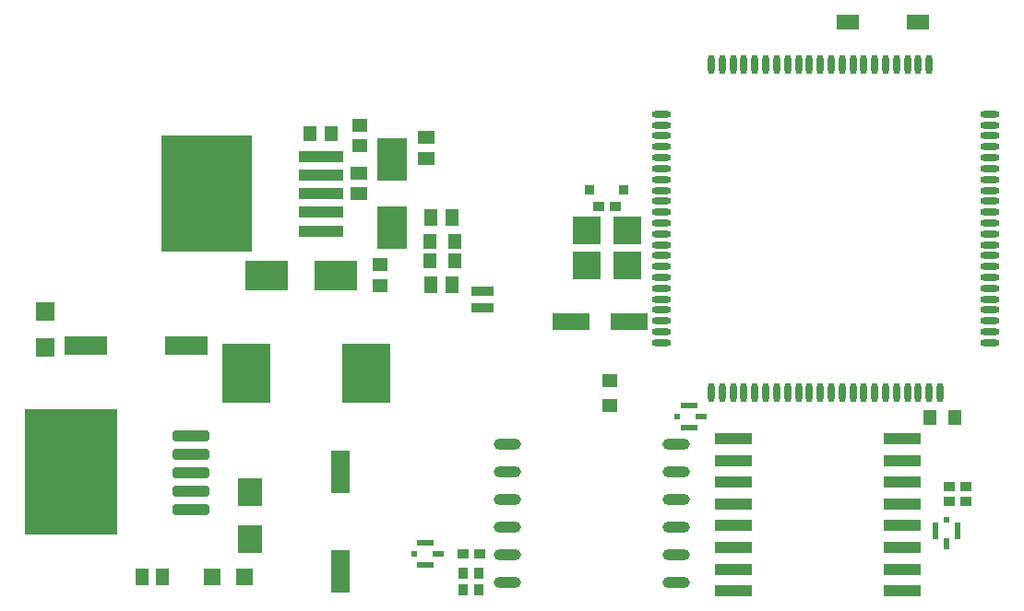
<source format=gtp>
G04*
G04 #@! TF.GenerationSoftware,Altium Limited,Altium Designer,20.2.6 (244)*
G04*
G04 Layer_Color=8421504*
%FSLAX24Y24*%
%MOIN*%
G70*
G04*
G04 #@! TF.SameCoordinates,01985295-A94F-4E40-9557-9D24556334AB*
G04*
G04*
G04 #@! TF.FilePolarity,Positive*
G04*
G01*
G75*
%ADD25R,0.0807X0.0354*%
%ADD26R,0.0512X0.0591*%
%ADD27R,0.0374X0.0394*%
%ADD28R,0.0394X0.0374*%
%ADD29R,0.0500X0.0550*%
%ADD30O,0.0236X0.0709*%
%ADD31O,0.0709X0.0236*%
G04:AMPARAMS|DCode=32|XSize=98.4mil|YSize=39.4mil|CornerRadius=19.7mil|HoleSize=0mil|Usage=FLASHONLY|Rotation=0.000|XOffset=0mil|YOffset=0mil|HoleType=Round|Shape=RoundedRectangle|*
%AMROUNDEDRECTD32*
21,1,0.0984,0.0000,0,0,0.0*
21,1,0.0591,0.0394,0,0,0.0*
1,1,0.0394,0.0295,0.0000*
1,1,0.0394,-0.0295,0.0000*
1,1,0.0394,-0.0295,0.0000*
1,1,0.0394,0.0295,0.0000*
%
%ADD32ROUNDEDRECTD32*%
%ADD33R,0.1575X0.1102*%
%ADD34R,0.1772X0.2165*%
%ADD35R,0.0550X0.0500*%
%ADD36R,0.0354X0.0374*%
%ADD37R,0.0984X0.0984*%
%ADD38R,0.1378X0.0630*%
%ADD39R,0.0551X0.0472*%
%ADD40R,0.0669X0.0669*%
%ADD41R,0.1378X0.0394*%
%ADD42R,0.0591X0.0512*%
%ADD43R,0.1102X0.1575*%
%ADD44R,0.0472X0.0551*%
%ADD45R,0.1590X0.0410*%
%ADD46R,0.3270X0.4230*%
%ADD47R,0.0709X0.1575*%
G04:AMPARAMS|DCode=48|XSize=39.4mil|YSize=133.9mil|CornerRadius=9.8mil|HoleSize=0mil|Usage=FLASHONLY|Rotation=90.000|XOffset=0mil|YOffset=0mil|HoleType=Round|Shape=RoundedRectangle|*
%AMROUNDEDRECTD48*
21,1,0.0394,0.1142,0,0,90.0*
21,1,0.0197,0.1339,0,0,90.0*
1,1,0.0197,0.0571,0.0098*
1,1,0.0197,0.0571,-0.0098*
1,1,0.0197,-0.0571,-0.0098*
1,1,0.0197,-0.0571,0.0098*
%
%ADD48ROUNDEDRECTD48*%
%ADD49R,0.3346X0.4528*%
%ADD50R,0.1575X0.0709*%
%ADD51R,0.0787X0.0551*%
%ADD52R,0.0906X0.0984*%
%ADD53R,0.0591X0.0630*%
%ADD54R,0.0394X0.0197*%
%ADD55R,0.0591X0.0236*%
%ADD56R,0.0217X0.0197*%
%ADD57R,0.0197X0.0394*%
%ADD58R,0.0236X0.0591*%
%ADD59R,0.0197X0.0217*%
D25*
X16890Y11481D02*
D03*
Y10890D02*
D03*
D26*
X15778Y11730D02*
D03*
X15030D02*
D03*
Y14140D02*
D03*
X15778D02*
D03*
X5328Y1140D02*
D03*
X4580D02*
D03*
D27*
X16760Y695D02*
D03*
Y1285D02*
D03*
X16180Y695D02*
D03*
Y1285D02*
D03*
D28*
X16195Y2000D02*
D03*
X16785D02*
D03*
X21105Y14560D02*
D03*
X21695D02*
D03*
X33760Y3880D02*
D03*
X34351D02*
D03*
X33760Y4420D02*
D03*
X34351D02*
D03*
D29*
X15905Y12580D02*
D03*
X15005D02*
D03*
Y13300D02*
D03*
X15905D02*
D03*
X33060Y6920D02*
D03*
X33960D02*
D03*
D30*
X33030Y19703D02*
D03*
X32636D02*
D03*
X32243D02*
D03*
X31849D02*
D03*
X31455D02*
D03*
X31062D02*
D03*
X30668D02*
D03*
X30274D02*
D03*
X29881D02*
D03*
X29487D02*
D03*
X29093D02*
D03*
X28699D02*
D03*
X28306D02*
D03*
X27912D02*
D03*
X27518D02*
D03*
X27125D02*
D03*
X26731D02*
D03*
X26337D02*
D03*
X25944D02*
D03*
X25550D02*
D03*
Y7813D02*
D03*
X25944D02*
D03*
X26337D02*
D03*
X26731D02*
D03*
X27125D02*
D03*
X27518D02*
D03*
X27912D02*
D03*
X28306D02*
D03*
X28699D02*
D03*
X29093D02*
D03*
X29487D02*
D03*
X29881D02*
D03*
X30274D02*
D03*
X30668D02*
D03*
X31062D02*
D03*
X31455D02*
D03*
X31849D02*
D03*
X32243D02*
D03*
X32636D02*
D03*
X33030D02*
D03*
X25156Y19703D02*
D03*
Y7813D02*
D03*
X33424D02*
D03*
D31*
X23345Y17499D02*
D03*
Y17105D02*
D03*
Y16711D02*
D03*
Y16317D02*
D03*
Y15924D02*
D03*
Y15530D02*
D03*
Y15136D02*
D03*
Y14743D02*
D03*
Y14349D02*
D03*
Y13955D02*
D03*
Y13562D02*
D03*
Y13168D02*
D03*
Y12774D02*
D03*
Y12380D02*
D03*
Y11987D02*
D03*
Y11593D02*
D03*
Y11199D02*
D03*
Y10806D02*
D03*
Y10412D02*
D03*
Y10018D02*
D03*
X35235D02*
D03*
Y10412D02*
D03*
Y10806D02*
D03*
Y11199D02*
D03*
Y11593D02*
D03*
Y11987D02*
D03*
Y12380D02*
D03*
Y12774D02*
D03*
Y13168D02*
D03*
Y13562D02*
D03*
Y13955D02*
D03*
Y14349D02*
D03*
Y14743D02*
D03*
Y15136D02*
D03*
Y15530D02*
D03*
Y15924D02*
D03*
Y16317D02*
D03*
Y16711D02*
D03*
Y17105D02*
D03*
Y17499D02*
D03*
X23345Y9624D02*
D03*
Y17892D02*
D03*
X35235D02*
D03*
Y9624D02*
D03*
D32*
X23901Y967D02*
D03*
Y1967D02*
D03*
Y2967D02*
D03*
Y3967D02*
D03*
Y4967D02*
D03*
Y5967D02*
D03*
X17799D02*
D03*
Y4967D02*
D03*
Y3967D02*
D03*
Y2967D02*
D03*
Y1967D02*
D03*
Y967D02*
D03*
D33*
X9100Y12060D02*
D03*
X11580D02*
D03*
D34*
X12675Y8520D02*
D03*
X8345D02*
D03*
D35*
X21490Y7370D02*
D03*
Y8270D02*
D03*
D36*
X21990Y15150D02*
D03*
X20750D02*
D03*
D37*
X20672Y13690D02*
D03*
X22128D02*
D03*
X20672Y12410D02*
D03*
X22128D02*
D03*
D38*
X22203Y10390D02*
D03*
X20077D02*
D03*
D39*
X13181Y11698D02*
D03*
Y12446D02*
D03*
X12446Y16754D02*
D03*
Y17502D02*
D03*
D40*
X1100Y9461D02*
D03*
Y10760D02*
D03*
D41*
X32041Y6156D02*
D03*
Y5368D02*
D03*
Y4581D02*
D03*
Y3794D02*
D03*
Y3006D02*
D03*
Y2219D02*
D03*
Y1432D02*
D03*
Y644D02*
D03*
X25939D02*
D03*
Y1432D02*
D03*
Y2219D02*
D03*
Y3006D02*
D03*
Y3794D02*
D03*
Y4581D02*
D03*
Y5368D02*
D03*
Y6156D02*
D03*
D42*
X12410Y15012D02*
D03*
Y15760D02*
D03*
X14860Y16300D02*
D03*
Y17048D02*
D03*
D43*
X13620Y13790D02*
D03*
Y16270D02*
D03*
D44*
X11416Y17196D02*
D03*
X10668D02*
D03*
D45*
X11040Y13670D02*
D03*
Y14340D02*
D03*
Y15010D02*
D03*
Y15680D02*
D03*
Y16350D02*
D03*
D46*
X6925Y15010D02*
D03*
D47*
X11740Y4970D02*
D03*
Y1348D02*
D03*
D48*
X6364Y3573D02*
D03*
Y6250D02*
D03*
Y4911D02*
D03*
Y5580D02*
D03*
Y4242D02*
D03*
D49*
X2010Y4960D02*
D03*
D50*
X2558Y9530D02*
D03*
X6180D02*
D03*
D51*
X32620Y21210D02*
D03*
X30100D02*
D03*
D52*
X8480Y2514D02*
D03*
Y4236D02*
D03*
D53*
X8301Y1167D02*
D03*
X7120D02*
D03*
D54*
X15283Y1990D02*
D03*
X24793Y6960D02*
D03*
D55*
X14830Y1596D02*
D03*
Y2384D02*
D03*
X24340Y6566D02*
D03*
Y7354D02*
D03*
D56*
X14426Y1990D02*
D03*
X23936Y6960D02*
D03*
D57*
X33660Y2357D02*
D03*
D58*
X33266Y2810D02*
D03*
X34054D02*
D03*
D59*
X33660Y3214D02*
D03*
M02*

</source>
